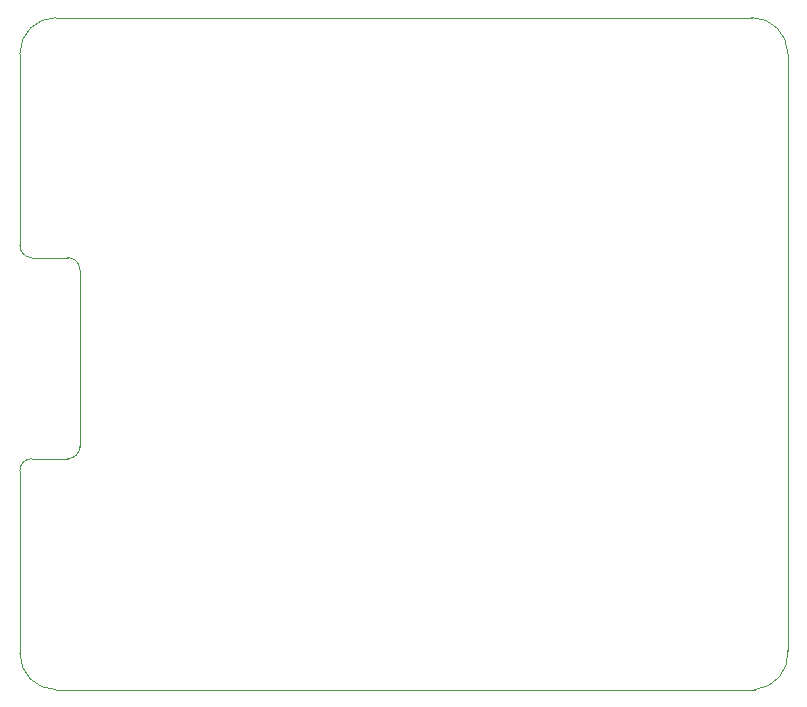
<source format=gm1>
%TF.GenerationSoftware,KiCad,Pcbnew,(5.1.10)-1*%
%TF.CreationDate,2021-10-18T20:40:58-05:00*%
%TF.ProjectId,Pt100Hat,50743130-3048-4617-942e-6b696361645f,1*%
%TF.SameCoordinates,Original*%
%TF.FileFunction,Profile,NP*%
%FSLAX46Y46*%
G04 Gerber Fmt 4.6, Leading zero omitted, Abs format (unit mm)*
G04 Created by KiCad (PCBNEW (5.1.10)-1) date 2021-10-18 20:40:58*
%MOMM*%
%LPD*%
G01*
G04 APERTURE LIST*
%TA.AperFunction,Profile*%
%ADD10C,0.100000*%
%TD*%
G04 APERTURE END LIST*
D10*
X104800400Y-129997200D02*
X163982400Y-129997200D01*
X163728400Y-73101200D02*
X104800400Y-73101200D01*
X166776400Y-76149200D02*
G75*
G03*
X163728400Y-73101200I-3048000J0D01*
G01*
X101752400Y-111455200D02*
X101752400Y-126949200D01*
X102768400Y-110439200D02*
X105816400Y-110439200D01*
X106832400Y-94437200D02*
X106832400Y-109423200D01*
X102768400Y-93421200D02*
X105816400Y-93421200D01*
X101752400Y-76149200D02*
X101752400Y-92405200D01*
X104800400Y-73101200D02*
G75*
G03*
X101752400Y-76149200I0J-3048000D01*
G01*
X166776400Y-126695200D02*
X166776400Y-76149200D01*
X106832400Y-94437200D02*
G75*
G03*
X105816400Y-93421200I-1016000J0D01*
G01*
X105816400Y-110439200D02*
G75*
G03*
X106832400Y-109423200I0J1016000D01*
G01*
X102768400Y-110439200D02*
G75*
G03*
X101752400Y-111455200I0J-1016000D01*
G01*
X101752400Y-92405200D02*
G75*
G03*
X102768400Y-93421200I1016000J0D01*
G01*
X101752400Y-126949200D02*
G75*
G03*
X104800400Y-129997200I3048000J0D01*
G01*
X163982400Y-129997200D02*
G75*
G03*
X166776400Y-126695200I-254000J3048000D01*
G01*
M02*

</source>
